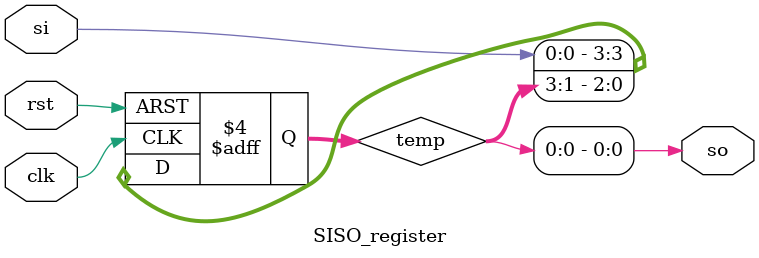
<source format=v>
/*
module SISO_register (
	input clk, rst, si,
	output reg so);
reg [3:0] temp;
always @(posedge clk or negedge rst)
  begin
    if(!rst)
	temp <= 4'b0000; // for resetting shift register
    else
      begin
	// temp <= temp << 1;  shift left and input new bit
	temp <= temp >> 1;   //shift right and input new bit
	temp[0] <= si;	//input the MSB
	so <= temp[3]; 	// output the LSB
      end
  end
endmodule
*/

module SISO_register (
    input clk, rst, si,
    output reg so);
  
  reg [3:0] temp;

  always @(posedge clk or negedge rst) begin
    if (!rst)
      temp <= 4'b0000;
    else begin
      temp <= {si, temp[3:1]};  // right shift and insert si into MSB
    end
  end

  always @(*) begin
    so = temp[0];  // output the LSB after shift
  end

endmodule

</source>
